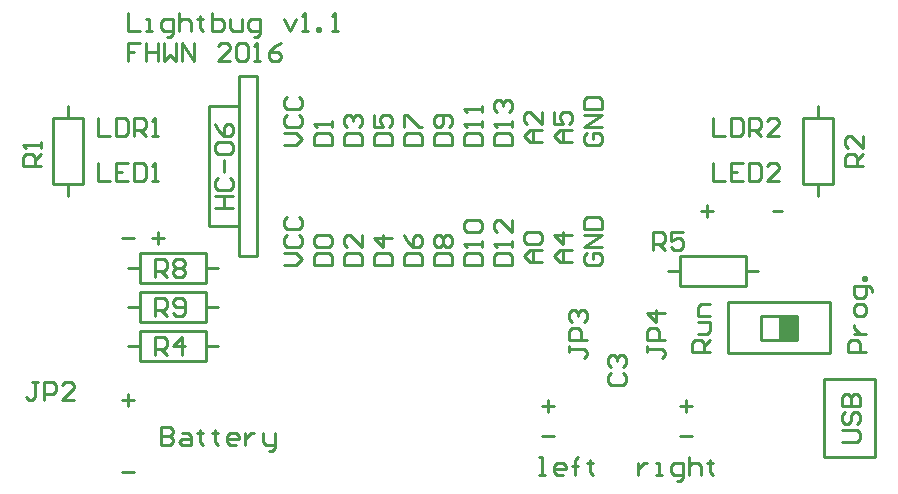
<source format=gto>
%FSAX44Y44*%
%MOMM*%
G71*
G01*
G75*
G04 Layer_Color=8388736*
%ADD10C,1.0160*%
%ADD11C,0.2540*%
%ADD12C,0.5080*%
%ADD13R,9.1440X5.0800*%
%ADD14O,3.0480X1.5240*%
%ADD15C,1.5240*%
%ADD16C,2.0320*%
%ADD17C,5.0038*%
%ADD18C,1.5000*%
%ADD19R,1.5000X1.5000*%
%ADD20R,1.5000X1.5000*%
%ADD21C,0.8128*%
%ADD22C,5.0800*%
%ADD23C,1.6256*%
%ADD24C,1.4732*%
%ADD25R,1.5400X3.1400*%
%ADD26R,1.3000X1.3000*%
%ADD27R,1.3000X1.3000*%
G04:AMPARAMS|DCode=28|XSize=1.3mm|YSize=1.3mm|CornerRadius=0mm|HoleSize=0mm|Usage=FLASHONLY|Rotation=225.000|XOffset=0mm|YOffset=0mm|HoleType=Round|Shape=Rectangle|*
%AMROTATEDRECTD28*
4,1,4,0.0000,0.9192,0.9192,0.0000,0.0000,-0.9192,-0.9192,0.0000,0.0000,0.9192,0.0*
%
%ADD28ROTATEDRECTD28*%

%ADD29P,1.8385X4X270.0*%
G04:AMPARAMS|DCode=30|XSize=0.55mm|YSize=1.45mm|CornerRadius=0mm|HoleSize=0mm|Usage=FLASHONLY|Rotation=135.000|XOffset=0mm|YOffset=0mm|HoleType=Round|Shape=Round|*
%AMOVALD30*
21,1,0.9000,0.5500,0.0000,0.0000,225.0*
1,1,0.5500,0.3182,0.3182*
1,1,0.5500,-0.3182,-0.3182*
%
%ADD30OVALD30*%

G04:AMPARAMS|DCode=31|XSize=0.55mm|YSize=1.45mm|CornerRadius=0mm|HoleSize=0mm|Usage=FLASHONLY|Rotation=45.000|XOffset=0mm|YOffset=0mm|HoleType=Round|Shape=Round|*
%AMOVALD31*
21,1,0.9000,0.5500,0.0000,0.0000,135.0*
1,1,0.5500,0.3182,-0.3182*
1,1,0.5500,-0.3182,0.3182*
%
%ADD31OVALD31*%

%ADD32R,1.4000X0.4000*%
%ADD33R,1.9000X2.3000*%
%ADD34R,1.9000X1.8000*%
%ADD35R,1.6000X0.3000*%
%ADD36R,14.4780X21.5900*%
%ADD37R,3.3020X3.0480*%
%ADD38C,0.3048*%
%ADD39O,3.2512X1.7272*%
%ADD40C,1.7272*%
%ADD41C,2.2352*%
%ADD42C,5.2070*%
%ADD43C,1.7032*%
%ADD44R,1.7032X1.7032*%
%ADD45R,1.7032X1.7032*%
%ADD46C,1.0160*%
%ADD47C,5.2832*%
%ADD48C,0.2032*%
%ADD49R,1.7432X3.3432*%
%ADD50R,1.5032X1.5032*%
%ADD51R,1.5032X1.5032*%
G04:AMPARAMS|DCode=52|XSize=1.5032mm|YSize=1.5032mm|CornerRadius=0mm|HoleSize=0mm|Usage=FLASHONLY|Rotation=225.000|XOffset=0mm|YOffset=0mm|HoleType=Round|Shape=Rectangle|*
%AMROTATEDRECTD52*
4,1,4,0.0000,1.0629,1.0629,0.0000,0.0000,-1.0629,-1.0629,0.0000,0.0000,1.0629,0.0*
%
%ADD52ROTATEDRECTD52*%

%ADD53P,2.1258X4X270.0*%
G04:AMPARAMS|DCode=54|XSize=0.7532mm|YSize=1.6532mm|CornerRadius=0mm|HoleSize=0mm|Usage=FLASHONLY|Rotation=135.000|XOffset=0mm|YOffset=0mm|HoleType=Round|Shape=Round|*
%AMOVALD54*
21,1,0.9000,0.7532,0.0000,0.0000,225.0*
1,1,0.7532,0.3182,0.3182*
1,1,0.7532,-0.3182,-0.3182*
%
%ADD54OVALD54*%

G04:AMPARAMS|DCode=55|XSize=0.7532mm|YSize=1.6532mm|CornerRadius=0mm|HoleSize=0mm|Usage=FLASHONLY|Rotation=45.000|XOffset=0mm|YOffset=0mm|HoleType=Round|Shape=Round|*
%AMOVALD55*
21,1,0.9000,0.7532,0.0000,0.0000,135.0*
1,1,0.7532,0.3182,-0.3182*
1,1,0.7532,-0.3182,0.3182*
%
%ADD55OVALD55*%

%ADD56R,1.6032X0.6032*%
%ADD57R,2.1032X2.5032*%
%ADD58R,2.1032X2.0032*%
%ADD59R,1.8032X0.5032*%
%ADD60C,0.0000*%
%ADD61R,1.5000X2.0000*%
D11*
X01205738Y01319530D02*
Y01385570D01*
Y01319530D02*
X01248918D01*
Y01385570D01*
X01205738D02*
X01248918D01*
X01083818Y01337310D02*
X01093978D01*
X01088898Y01357630D02*
Y01367790D01*
X01083818Y01362710D02*
X01093978D01*
X00966978Y01337310D02*
X00977138D01*
X00972058Y01357630D02*
Y01367790D01*
X00966978Y01362710D02*
X00977138D01*
X00611378Y01306830D02*
X00621538D01*
X00616458Y01362710D02*
Y01372870D01*
X00611378Y01367790D02*
X00621538D01*
X00616458Y01413510D02*
X00626618D01*
Y01400810D02*
Y01426210D01*
X00682498D01*
Y01400810D02*
Y01426210D01*
X00626618Y01400810D02*
X00682498D01*
Y01413510D02*
X00692658D01*
X01073658Y01477010D02*
X01083818D01*
Y01464310D02*
Y01489710D01*
X01139698D01*
Y01464310D02*
Y01489710D01*
X01083818Y01464310D02*
X01139698D01*
Y01477010D02*
X01149858D01*
X01200658Y01606550D02*
Y01616710D01*
X01187958Y01606550D02*
X01213358D01*
Y01550670D02*
Y01606550D01*
X01187958Y01550670D02*
X01213358D01*
X01187958D02*
Y01606550D01*
X01200658Y01540510D02*
Y01550670D01*
X00565658Y01540510D02*
Y01550670D01*
X00552958D02*
Y01606550D01*
Y01550670D02*
X00578358D01*
Y01606550D01*
X00552958D02*
X00578358D01*
X00565658D02*
Y01616710D01*
X00641858Y01499870D02*
Y01510030D01*
X00636778Y01504950D02*
X00646938D01*
X00611378D02*
X00621538D01*
X01162558Y01527810D02*
X01170178D01*
X01101598D02*
X01111758D01*
X01106678Y01522730D02*
Y01532890D01*
X00682498Y01446530D02*
X00692658D01*
X00626618Y01433830D02*
X00682498D01*
Y01459230D01*
X00626618D02*
X00682498D01*
X00626618Y01433830D02*
Y01459230D01*
X00616458Y01446530D02*
X00626618D01*
X00682498Y01479550D02*
X00692658D01*
X00626618Y01466850D02*
X00682498D01*
Y01492250D01*
X00626618D02*
X00682498D01*
X00626618Y01466850D02*
Y01492250D01*
X00616458Y01479550D02*
X00626618D01*
X00710438Y01642110D02*
X00725678D01*
Y01489710D02*
Y01642110D01*
X00710438Y01489710D02*
X00725678D01*
X00710438D02*
Y01642110D01*
X00685038Y01616710D02*
X00710438D01*
X00685038Y01515110D02*
Y01616710D01*
Y01515110D02*
X00710438D01*
X01152638Y01438750D02*
X01182638D01*
X01152638Y01418750D02*
X01182638D01*
Y01438750D01*
X01152638Y01418750D02*
Y01438750D01*
X01124638Y01407250D02*
Y01450250D01*
X01210638Y01407250D02*
Y01450250D01*
X01124638Y01407250D02*
X01210638D01*
X01124638Y01450250D02*
X01210638D01*
X00690123Y01530350D02*
X00705358D01*
X00697740D01*
Y01540507D01*
X00690123D01*
X00705358D01*
X00692662Y01555742D02*
X00690123Y01553203D01*
Y01548124D01*
X00692662Y01545585D01*
X00702819D01*
X00705358Y01548124D01*
Y01553203D01*
X00702819Y01555742D01*
X00697740Y01560820D02*
Y01570977D01*
X00692662Y01576055D02*
X00690123Y01578594D01*
Y01583673D01*
X00692662Y01586212D01*
X00702819D01*
X00705358Y01583673D01*
Y01578594D01*
X00702819Y01576055D01*
X00692662D01*
X00690123Y01601447D02*
X00692662Y01596369D01*
X00697740Y01591290D01*
X00702819D01*
X00705358Y01593829D01*
Y01598908D01*
X00702819Y01601447D01*
X00700280D01*
X00697740Y01598908D01*
Y01591290D01*
X00639318Y01438910D02*
Y01454145D01*
X00646936D01*
X00649475Y01451606D01*
Y01446528D01*
X00646936Y01443988D01*
X00639318D01*
X00644396D02*
X00649475Y01438910D01*
X00654553Y01441449D02*
X00657092Y01438910D01*
X00662171D01*
X00664710Y01441449D01*
Y01451606D01*
X00662171Y01454145D01*
X00657092D01*
X00654553Y01451606D01*
Y01449067D01*
X00657092Y01446528D01*
X00664710D01*
X00639318Y01471930D02*
Y01487165D01*
X00646936D01*
X00649475Y01484626D01*
Y01479547D01*
X00646936Y01477008D01*
X00639318D01*
X00644396D02*
X00649475Y01471930D01*
X00654553Y01484626D02*
X00657092Y01487165D01*
X00662171D01*
X00664710Y01484626D01*
Y01482087D01*
X00662171Y01479547D01*
X00664710Y01477008D01*
Y01474469D01*
X00662171Y01471930D01*
X00657092D01*
X00654553Y01474469D01*
Y01477008D01*
X00657092Y01479547D01*
X00654553Y01482087D01*
Y01484626D01*
X00657092Y01479547D02*
X00662171D01*
X00591058Y01606545D02*
Y01591310D01*
X00601215D01*
X00606293Y01606545D02*
Y01591310D01*
X00613911D01*
X00616450Y01593849D01*
Y01604006D01*
X00613911Y01606545D01*
X00606293D01*
X00621528Y01591310D02*
Y01606545D01*
X00629146D01*
X00631685Y01604006D01*
Y01598927D01*
X00629146Y01596388D01*
X00621528D01*
X00626606D02*
X00631685Y01591310D01*
X00636763D02*
X00641842D01*
X00639302D01*
Y01606545D01*
X00636763Y01604006D01*
X01111758Y01606545D02*
Y01591310D01*
X01121915D01*
X01126993Y01606545D02*
Y01591310D01*
X01134611D01*
X01137150Y01593849D01*
Y01604006D01*
X01134611Y01606545D01*
X01126993D01*
X01142228Y01591310D02*
Y01606545D01*
X01149846D01*
X01152385Y01604006D01*
Y01598927D01*
X01149846Y01596388D01*
X01142228D01*
X01147307D02*
X01152385Y01591310D01*
X01167620D02*
X01157463D01*
X01167620Y01601467D01*
Y01604006D01*
X01165081Y01606545D01*
X01160002D01*
X01157463Y01604006D01*
X01025402Y01390647D02*
X01022863Y01388107D01*
Y01383029D01*
X01025402Y01380490D01*
X01035559D01*
X01038098Y01383029D01*
Y01388107D01*
X01035559Y01390647D01*
X01025402Y01395725D02*
X01022863Y01398264D01*
Y01403343D01*
X01025402Y01405882D01*
X01027941D01*
X01030480Y01403343D01*
Y01400803D01*
Y01403343D01*
X01033020Y01405882D01*
X01035559D01*
X01038098Y01403343D01*
Y01398264D01*
X01035559Y01395725D01*
X00540255Y01383025D02*
X00535176D01*
X00537715D01*
Y01370329D01*
X00535176Y01367790D01*
X00532637D01*
X00530098Y01370329D01*
X00545333Y01367790D02*
Y01383025D01*
X00552951D01*
X00555490Y01380486D01*
Y01375408D01*
X00552951Y01372868D01*
X00545333D01*
X00570725Y01367790D02*
X00560568D01*
X00570725Y01377947D01*
Y01380486D01*
X00568186Y01383025D01*
X00563107D01*
X00560568Y01380486D01*
X00989843Y01413507D02*
Y01408428D01*
Y01410968D01*
X01002539D01*
X01005078Y01408428D01*
Y01405889D01*
X01002539Y01403350D01*
X01005078Y01418585D02*
X00989843D01*
Y01426203D01*
X00992382Y01428742D01*
X00997460D01*
X01000000Y01426203D01*
Y01418585D01*
X00992382Y01433820D02*
X00989843Y01436359D01*
Y01441438D01*
X00992382Y01443977D01*
X00994921D01*
X00997460Y01441438D01*
Y01438898D01*
Y01441438D01*
X01000000Y01443977D01*
X01002539D01*
X01005078Y01441438D01*
Y01436359D01*
X01002539Y01433820D01*
X01055883Y01413507D02*
Y01408428D01*
Y01410968D01*
X01068579D01*
X01071118Y01408428D01*
Y01405889D01*
X01068579Y01403350D01*
X01071118Y01418585D02*
X01055883D01*
Y01426203D01*
X01058422Y01428742D01*
X01063501D01*
X01066040Y01426203D01*
Y01418585D01*
X01071118Y01441438D02*
X01055883D01*
X01063501Y01433820D01*
Y01443977D01*
X00591058Y01568445D02*
Y01553210D01*
X00601215D01*
X00616450Y01568445D02*
X00606293D01*
Y01553210D01*
X00616450D01*
X00606293Y01560827D02*
X00611371D01*
X00621528Y01568445D02*
Y01553210D01*
X00629146D01*
X00631685Y01555749D01*
Y01565906D01*
X00629146Y01568445D01*
X00621528D01*
X00636763Y01553210D02*
X00641842D01*
X00639302D01*
Y01568445D01*
X00636763Y01565906D01*
X01111758Y01568445D02*
Y01553210D01*
X01121915D01*
X01137150Y01568445D02*
X01126993D01*
Y01553210D01*
X01137150D01*
X01126993Y01560827D02*
X01132071D01*
X01142228Y01568445D02*
Y01553210D01*
X01149846D01*
X01152385Y01555749D01*
Y01565906D01*
X01149846Y01568445D01*
X01142228D01*
X01167620Y01553210D02*
X01157463D01*
X01167620Y01563367D01*
Y01565906D01*
X01165081Y01568445D01*
X01160002D01*
X01157463Y01565906D01*
X00542798Y01565910D02*
X00527563D01*
Y01573528D01*
X00530102Y01576067D01*
X00535181D01*
X00537720Y01573528D01*
Y01565910D01*
Y01570988D02*
X00542798Y01576067D01*
Y01581145D02*
Y01586223D01*
Y01583684D01*
X00527563D01*
X00530102Y01581145D01*
X01238758Y01565910D02*
X01223523D01*
Y01573528D01*
X01226062Y01576067D01*
X01231141D01*
X01233680Y01573528D01*
Y01565910D01*
Y01570988D02*
X01238758Y01576067D01*
Y01591302D02*
Y01581145D01*
X01228601Y01591302D01*
X01226062D01*
X01223523Y01588763D01*
Y01583684D01*
X01226062Y01581145D01*
X00639318Y01405890D02*
Y01421125D01*
X00646936D01*
X00649475Y01418586D01*
Y01413508D01*
X00646936Y01410968D01*
X00639318D01*
X00644396D02*
X00649475Y01405890D01*
X00662171D02*
Y01421125D01*
X00654553Y01413508D01*
X00664710D01*
X01060958Y01494790D02*
Y01510025D01*
X01068576D01*
X01071115Y01507486D01*
Y01502408D01*
X01068576Y01499868D01*
X01060958D01*
X01066036D02*
X01071115Y01494790D01*
X01086350Y01510025D02*
X01076193D01*
Y01502408D01*
X01081271Y01504947D01*
X01083811D01*
X01086350Y01502408D01*
Y01497329D01*
X01083811Y01494790D01*
X01078732D01*
X01076193Y01497329D01*
X01220983Y01332230D02*
X01233679D01*
X01236218Y01334769D01*
Y01339848D01*
X01233679Y01342387D01*
X01220983D01*
X01223522Y01357622D02*
X01220983Y01355083D01*
Y01350004D01*
X01223522Y01347465D01*
X01226061D01*
X01228600Y01350004D01*
Y01355083D01*
X01231140Y01357622D01*
X01233679D01*
X01236218Y01355083D01*
Y01350004D01*
X01233679Y01347465D01*
X01220983Y01362700D02*
X01236218D01*
Y01370318D01*
X01233679Y01372857D01*
X01231140D01*
X01228600Y01370318D01*
Y01362700D01*
Y01370318D01*
X01226061Y01372857D01*
X01223522D01*
X01220983Y01370318D01*
Y01362700D01*
X00964438Y01304290D02*
X00969516D01*
X00966977D01*
Y01319525D01*
X00964438D01*
X00984751Y01304290D02*
X00979673D01*
X00977134Y01306829D01*
Y01311908D01*
X00979673Y01314447D01*
X00984751D01*
X00987291Y01311908D01*
Y01309368D01*
X00977134D01*
X00994908Y01304290D02*
Y01316986D01*
Y01311908D01*
X00992369D01*
X00997447D01*
X00994908D01*
Y01316986D01*
X00997447Y01319525D01*
X01007604Y01316986D02*
Y01314447D01*
X01005065D01*
X01010143D01*
X01007604D01*
Y01306829D01*
X01010143Y01304290D01*
X01048231Y01314447D02*
Y01304290D01*
Y01309368D01*
X01050770Y01311908D01*
X01053309Y01314447D01*
X01055848D01*
X01063466Y01304290D02*
X01068544D01*
X01066005D01*
Y01314447D01*
X01063466D01*
X01081240Y01299212D02*
X01083779D01*
X01086319Y01301751D01*
Y01314447D01*
X01078701D01*
X01076162Y01311908D01*
Y01306829D01*
X01078701Y01304290D01*
X01086319D01*
X01091397Y01319525D02*
Y01304290D01*
Y01311908D01*
X01093936Y01314447D01*
X01099014D01*
X01101554Y01311908D01*
Y01304290D01*
X01109171Y01316986D02*
Y01314447D01*
X01106632D01*
X01111710D01*
X01109171D01*
Y01306829D01*
X01111710Y01304290D01*
X00644398Y01344925D02*
Y01329690D01*
X00652016D01*
X00654555Y01332229D01*
Y01334768D01*
X00652016Y01337307D01*
X00644398D01*
X00652016D01*
X00654555Y01339847D01*
Y01342386D01*
X00652016Y01344925D01*
X00644398D01*
X00662172Y01339847D02*
X00667251D01*
X00669790Y01337307D01*
Y01329690D01*
X00662172D01*
X00659633Y01332229D01*
X00662172Y01334768D01*
X00669790D01*
X00677407Y01342386D02*
Y01339847D01*
X00674868D01*
X00679947D01*
X00677407D01*
Y01332229D01*
X00679947Y01329690D01*
X00690103Y01342386D02*
Y01339847D01*
X00687564D01*
X00692642D01*
X00690103D01*
Y01332229D01*
X00692642Y01329690D01*
X00707878D02*
X00702799D01*
X00700260Y01332229D01*
Y01337307D01*
X00702799Y01339847D01*
X00707878D01*
X00710417Y01337307D01*
Y01334768D01*
X00700260D01*
X00715495Y01339847D02*
Y01329690D01*
Y01334768D01*
X00718034Y01337307D01*
X00720573Y01339847D01*
X00723112D01*
X00730730D02*
Y01332229D01*
X00733269Y01329690D01*
X00740887D01*
Y01327151D01*
X00738348Y01324612D01*
X00735808D01*
X00740887Y01329690D02*
Y01339847D01*
X00966978Y01586230D02*
X00956821D01*
X00951743Y01591308D01*
X00956821Y01596387D01*
X00966978D01*
X00959361D01*
Y01586230D01*
X00966978Y01611622D02*
Y01601465D01*
X00956821Y01611622D01*
X00954282D01*
X00951743Y01609083D01*
Y01604004D01*
X00954282Y01601465D01*
X00992378Y01586230D02*
X00982221D01*
X00977143Y01591308D01*
X00982221Y01596387D01*
X00992378D01*
X00984761D01*
Y01586230D01*
X00977143Y01611622D02*
Y01601465D01*
X00984761D01*
X00982221Y01606543D01*
Y01609083D01*
X00984761Y01611622D01*
X00989839D01*
X00992378Y01609083D01*
Y01604004D01*
X00989839Y01601465D01*
X00773943Y01583690D02*
X00789178D01*
Y01591308D01*
X00786639Y01593847D01*
X00776482D01*
X00773943Y01591308D01*
Y01583690D01*
X00789178Y01598925D02*
Y01604003D01*
Y01601464D01*
X00773943D01*
X00776482Y01598925D01*
X00799343Y01583690D02*
X00814578D01*
Y01591308D01*
X00812039Y01593847D01*
X00801882D01*
X00799343Y01591308D01*
Y01583690D01*
X00801882Y01598925D02*
X00799343Y01601464D01*
Y01606543D01*
X00801882Y01609082D01*
X00804421D01*
X00806961Y01606543D01*
Y01604003D01*
Y01606543D01*
X00809500Y01609082D01*
X00812039D01*
X00814578Y01606543D01*
Y01601464D01*
X00812039Y01598925D01*
X00824743Y01583690D02*
X00839978D01*
Y01591308D01*
X00837439Y01593847D01*
X00827282D01*
X00824743Y01591308D01*
Y01583690D01*
Y01609082D02*
Y01598925D01*
X00832361D01*
X00829821Y01604003D01*
Y01606543D01*
X00832361Y01609082D01*
X00837439D01*
X00839978Y01606543D01*
Y01601464D01*
X00837439Y01598925D01*
X00850143Y01583690D02*
X00865378D01*
Y01591308D01*
X00862839Y01593847D01*
X00852682D01*
X00850143Y01591308D01*
Y01583690D01*
Y01598925D02*
Y01609082D01*
X00852682D01*
X00862839Y01598925D01*
X00865378D01*
X00875543Y01583690D02*
X00890778D01*
Y01591308D01*
X00888239Y01593847D01*
X00878082D01*
X00875543Y01591308D01*
Y01583690D01*
X00888239Y01598925D02*
X00890778Y01601464D01*
Y01606543D01*
X00888239Y01609082D01*
X00878082D01*
X00875543Y01606543D01*
Y01601464D01*
X00878082Y01598925D01*
X00880621D01*
X00883160Y01601464D01*
Y01609082D01*
X00900943Y01583690D02*
X00916178D01*
Y01591308D01*
X00913639Y01593847D01*
X00903482D01*
X00900943Y01591308D01*
Y01583690D01*
X00916178Y01598925D02*
Y01604003D01*
Y01601464D01*
X00900943D01*
X00903482Y01598925D01*
X00916178Y01611621D02*
Y01616699D01*
Y01614160D01*
X00900943D01*
X00903482Y01611621D01*
X00926343Y01583690D02*
X00941578D01*
Y01591308D01*
X00939039Y01593847D01*
X00928882D01*
X00926343Y01591308D01*
Y01583690D01*
X00941578Y01598925D02*
Y01604003D01*
Y01601464D01*
X00926343D01*
X00928882Y01598925D01*
Y01611621D02*
X00926343Y01614160D01*
Y01619238D01*
X00928882Y01621778D01*
X00931421D01*
X00933960Y01619238D01*
Y01616699D01*
Y01619238D01*
X00936500Y01621778D01*
X00939039D01*
X00941578Y01619238D01*
Y01614160D01*
X00939039Y01611621D01*
X00926343Y01482090D02*
X00941578D01*
Y01489707D01*
X00939039Y01492247D01*
X00928882D01*
X00926343Y01489707D01*
Y01482090D01*
X00941578Y01497325D02*
Y01502403D01*
Y01499864D01*
X00926343D01*
X00928882Y01497325D01*
X00941578Y01520178D02*
Y01510021D01*
X00931421Y01520178D01*
X00928882D01*
X00926343Y01517639D01*
Y01512560D01*
X00928882Y01510021D01*
X00900943Y01482090D02*
X00916178D01*
Y01489707D01*
X00913639Y01492247D01*
X00903482D01*
X00900943Y01489707D01*
Y01482090D01*
X00916178Y01497325D02*
Y01502403D01*
Y01499864D01*
X00900943D01*
X00903482Y01497325D01*
Y01510021D02*
X00900943Y01512560D01*
Y01517639D01*
X00903482Y01520178D01*
X00913639D01*
X00916178Y01517639D01*
Y01512560D01*
X00913639Y01510021D01*
X00903482D01*
X00875543Y01482090D02*
X00890778D01*
Y01489707D01*
X00888239Y01492247D01*
X00878082D01*
X00875543Y01489707D01*
Y01482090D01*
X00878082Y01497325D02*
X00875543Y01499864D01*
Y01504943D01*
X00878082Y01507482D01*
X00880621D01*
X00883160Y01504943D01*
X00885700Y01507482D01*
X00888239D01*
X00890778Y01504943D01*
Y01499864D01*
X00888239Y01497325D01*
X00885700D01*
X00883160Y01499864D01*
X00880621Y01497325D01*
X00878082D01*
X00883160Y01499864D02*
Y01504943D01*
X00850143Y01482090D02*
X00865378D01*
Y01489707D01*
X00862839Y01492247D01*
X00852682D01*
X00850143Y01489707D01*
Y01482090D01*
Y01507482D02*
X00852682Y01502403D01*
X00857760Y01497325D01*
X00862839D01*
X00865378Y01499864D01*
Y01504943D01*
X00862839Y01507482D01*
X00860300D01*
X00857760Y01504943D01*
Y01497325D01*
X00824743Y01482090D02*
X00839978D01*
Y01489707D01*
X00837439Y01492247D01*
X00827282D01*
X00824743Y01489707D01*
Y01482090D01*
X00839978Y01504943D02*
X00824743D01*
X00832361Y01497325D01*
Y01507482D01*
X00799343Y01482090D02*
X00814578D01*
Y01489707D01*
X00812039Y01492247D01*
X00801882D01*
X00799343Y01489707D01*
Y01482090D01*
X00814578Y01507482D02*
Y01497325D01*
X00804421Y01507482D01*
X00801882D01*
X00799343Y01504943D01*
Y01499864D01*
X00801882Y01497325D01*
X00773943Y01482090D02*
X00789178D01*
Y01489707D01*
X00786639Y01492247D01*
X00776482D01*
X00773943Y01489707D01*
Y01482090D01*
X00776482Y01497325D02*
X00773943Y01499864D01*
Y01504943D01*
X00776482Y01507482D01*
X00786639D01*
X00789178Y01504943D01*
Y01499864D01*
X00786639Y01497325D01*
X00776482D01*
X00992378Y01484630D02*
X00982221D01*
X00977143Y01489708D01*
X00982221Y01494787D01*
X00992378D01*
X00984761D01*
Y01484630D01*
X00992378Y01507483D02*
X00977143D01*
X00984761Y01499865D01*
Y01510022D01*
X00966978Y01484630D02*
X00956821D01*
X00951743Y01489708D01*
X00956821Y01494787D01*
X00966978D01*
X00959361D01*
Y01484630D01*
X00954282Y01499865D02*
X00951743Y01502404D01*
Y01507483D01*
X00954282Y01510022D01*
X00964439D01*
X00966978Y01507483D01*
Y01502404D01*
X00964439Y01499865D01*
X00954282D01*
X00748543Y01482090D02*
X00758700D01*
X00763778Y01487168D01*
X00758700Y01492247D01*
X00748543D01*
X00751082Y01507482D02*
X00748543Y01504943D01*
Y01499864D01*
X00751082Y01497325D01*
X00761239D01*
X00763778Y01499864D01*
Y01504943D01*
X00761239Y01507482D01*
X00751082Y01522717D02*
X00748543Y01520178D01*
Y01515099D01*
X00751082Y01512560D01*
X00761239D01*
X00763778Y01515099D01*
Y01520178D01*
X00761239Y01522717D01*
X00748543Y01583690D02*
X00758700D01*
X00763778Y01588768D01*
X00758700Y01593847D01*
X00748543D01*
X00751082Y01609082D02*
X00748543Y01606543D01*
Y01601464D01*
X00751082Y01598925D01*
X00761239D01*
X00763778Y01601464D01*
Y01606543D01*
X00761239Y01609082D01*
X00751082Y01624317D02*
X00748543Y01621778D01*
Y01616699D01*
X00751082Y01614160D01*
X00761239D01*
X00763778Y01616699D01*
Y01621778D01*
X00761239Y01624317D01*
X01005082Y01492247D02*
X01002543Y01489707D01*
Y01484629D01*
X01005082Y01482090D01*
X01015239D01*
X01017778Y01484629D01*
Y01489707D01*
X01015239Y01492247D01*
X01010161D01*
Y01487168D01*
X01017778Y01497325D02*
X01002543D01*
X01017778Y01507482D01*
X01002543D01*
Y01512560D02*
X01017778D01*
Y01520178D01*
X01015239Y01522717D01*
X01005082D01*
X01002543Y01520178D01*
Y01512560D01*
X01005082Y01593847D02*
X01002543Y01591308D01*
Y01586229D01*
X01005082Y01583690D01*
X01015239D01*
X01017778Y01586229D01*
Y01591308D01*
X01015239Y01593847D01*
X01010161D01*
Y01588768D01*
X01017778Y01598925D02*
X01002543D01*
X01017778Y01609082D01*
X01002543D01*
Y01614160D02*
X01017778D01*
Y01621778D01*
X01015239Y01624317D01*
X01005082D01*
X01002543Y01621778D01*
Y01614160D01*
X00616458Y01695445D02*
Y01680210D01*
X00626615D01*
X00631693D02*
X00636771D01*
X00634232D01*
Y01690367D01*
X00631693D01*
X00649467Y01675132D02*
X00652007D01*
X00654546Y01677671D01*
Y01690367D01*
X00646928D01*
X00644389Y01687827D01*
Y01682749D01*
X00646928Y01680210D01*
X00654546D01*
X00659624Y01695445D02*
Y01680210D01*
Y01687827D01*
X00662163Y01690367D01*
X00667242D01*
X00669781Y01687827D01*
Y01680210D01*
X00677398Y01692906D02*
Y01690367D01*
X00674859D01*
X00679938D01*
X00677398D01*
Y01682749D01*
X00679938Y01680210D01*
X00687555Y01695445D02*
Y01680210D01*
X00695173D01*
X00697712Y01682749D01*
Y01685288D01*
Y01687827D01*
X00695173Y01690367D01*
X00687555D01*
X00702790D02*
Y01682749D01*
X00705329Y01680210D01*
X00712947D01*
Y01690367D01*
X00723103Y01675132D02*
X00725643D01*
X00728182Y01677671D01*
Y01690367D01*
X00720564D01*
X00718025Y01687827D01*
Y01682749D01*
X00720564Y01680210D01*
X00728182D01*
X00748495Y01690367D02*
X00753574Y01680210D01*
X00758652Y01690367D01*
X00763730Y01680210D02*
X00768809D01*
X00766270D01*
Y01695445D01*
X00763730Y01692906D01*
X00776426Y01680210D02*
Y01682749D01*
X00778965D01*
Y01680210D01*
X00776426D01*
X00789122D02*
X00794201D01*
X00791661D01*
Y01695445D01*
X00789122Y01692906D01*
X00626615Y01670045D02*
X00616458D01*
Y01662428D01*
X00621536D01*
X00616458D01*
Y01654810D01*
X00631693Y01670045D02*
Y01654810D01*
Y01662428D01*
X00641850D01*
Y01670045D01*
Y01654810D01*
X00646928Y01670045D02*
Y01654810D01*
X00652007Y01659888D01*
X00657085Y01654810D01*
Y01670045D01*
X00662163Y01654810D02*
Y01670045D01*
X00672320Y01654810D01*
Y01670045D01*
X00702790Y01654810D02*
X00692633D01*
X00702790Y01664967D01*
Y01667506D01*
X00700251Y01670045D01*
X00695173D01*
X00692633Y01667506D01*
X00707868D02*
X00710408Y01670045D01*
X00715486D01*
X00718025Y01667506D01*
Y01657349D01*
X00715486Y01654810D01*
X00710408D01*
X00707868Y01657349D01*
Y01667506D01*
X00723103Y01654810D02*
X00728182D01*
X00725643D01*
Y01670045D01*
X00723103Y01667506D01*
X00745956Y01670045D02*
X00740878Y01667506D01*
X00735799Y01662428D01*
Y01657349D01*
X00738339Y01654810D01*
X00743417D01*
X00745956Y01657349D01*
Y01659888D01*
X00743417Y01662428D01*
X00735799D01*
X01241298Y01408430D02*
X01226063D01*
Y01416048D01*
X01228602Y01418587D01*
X01233680D01*
X01236220Y01416048D01*
Y01408430D01*
X01231141Y01423665D02*
X01241298D01*
X01236220D01*
X01233680Y01426204D01*
X01231141Y01428743D01*
Y01431283D01*
X01241298Y01441439D02*
Y01446518D01*
X01238759Y01449057D01*
X01233680D01*
X01231141Y01446518D01*
Y01441439D01*
X01233680Y01438900D01*
X01238759D01*
X01241298Y01441439D01*
X01246376Y01459214D02*
Y01461753D01*
X01243837Y01464292D01*
X01231141D01*
Y01456674D01*
X01233680Y01454135D01*
X01238759D01*
X01241298Y01456674D01*
Y01464292D01*
Y01469370D02*
X01238759D01*
Y01471909D01*
X01241298D01*
Y01469370D01*
X01109218Y01408430D02*
X01093983D01*
Y01416048D01*
X01096522Y01418587D01*
X01101600D01*
X01104140Y01416048D01*
Y01408430D01*
Y01413508D02*
X01109218Y01418587D01*
X01099061Y01423665D02*
X01106679D01*
X01109218Y01426204D01*
Y01433822D01*
X01099061D01*
X01109218Y01438900D02*
X01099061D01*
Y01446518D01*
X01101600Y01449057D01*
X01109218D01*
D61*
X01175138Y01428750D02*
D03*
M02*

</source>
